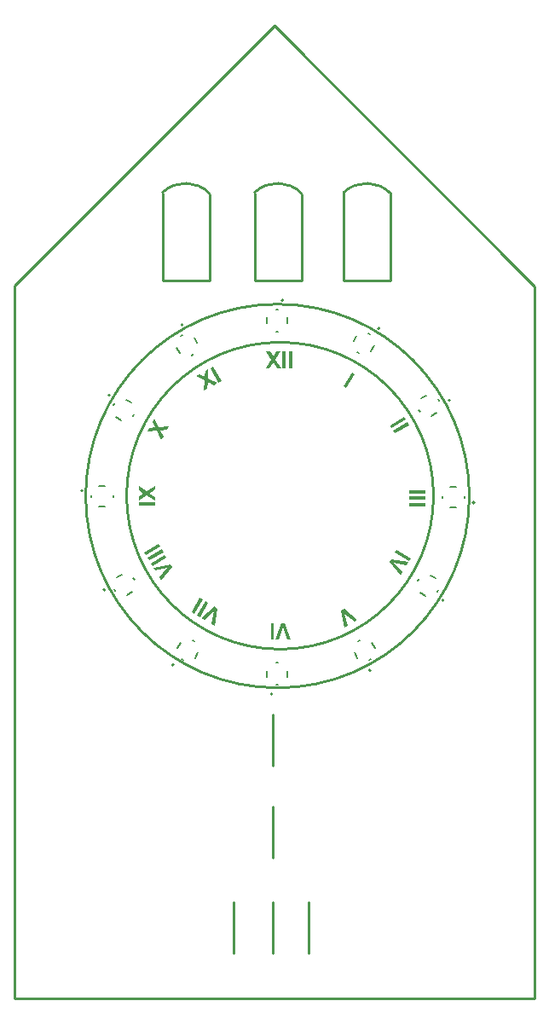
<source format=gto>
G04*
G04 #@! TF.GenerationSoftware,Altium Limited,Altium Designer,18.1.9 (240)*
G04*
G04 Layer_Color=65535*
%FSLAX25Y25*%
%MOIN*%
G70*
G01*
G75*
%ADD10C,0.01000*%
%ADD11C,0.00787*%
%ADD12C,0.00500*%
G36*
X58723Y179305D02*
X53180Y176105D01*
X52532Y177226D01*
X58076Y180427D01*
X58723Y179305D01*
D02*
G37*
G36*
X59967Y177150D02*
X54424Y173950D01*
X53777Y175072D01*
X59320Y178272D01*
X59967Y177150D01*
D02*
G37*
G36*
X61212Y174996D02*
X55668Y171795D01*
X55021Y172917D01*
X60564Y176117D01*
X61212Y174996D01*
D02*
G37*
G36*
X63353Y171287D02*
X58957Y166100D01*
X58258Y167309D01*
X61546Y171087D01*
X56663Y170073D01*
X55974Y171266D01*
X62655Y172496D01*
X63353Y171287D01*
D02*
G37*
G36*
X135900Y150657D02*
X134691Y149958D01*
X130913Y153246D01*
X131927Y148363D01*
X130734Y147673D01*
X129504Y154355D01*
X130713Y155053D01*
X135900Y150657D01*
D02*
G37*
G36*
X109800Y143099D02*
X108403D01*
X106775Y147835D01*
X105212Y143099D01*
X103834D01*
X106109Y149500D01*
X107506D01*
X109800Y143099D01*
D02*
G37*
G36*
X103223D02*
X101928D01*
Y149500D01*
X103223D01*
Y143099D01*
D02*
G37*
G36*
X75349Y158633D02*
X72149Y153089D01*
X71027Y153737D01*
X74228Y159280D01*
X75349Y158633D01*
D02*
G37*
G36*
X77504Y157388D02*
X74304Y151845D01*
X73182Y152492D01*
X76383Y158036D01*
X77504Y157388D01*
D02*
G37*
G36*
X81213Y155247D02*
X80000Y148557D01*
X78790Y149255D01*
X79748Y154170D01*
X76026Y150851D01*
X74833Y151540D01*
X80004Y155945D01*
X81213Y155247D01*
D02*
G37*
G36*
X103746Y252530D02*
X105948Y249200D01*
X104394D01*
X102979Y251364D01*
X101554Y249200D01*
X100000D01*
X102211Y252530D01*
X100204Y255601D01*
X101711D01*
X102979Y253686D01*
X104246Y255601D01*
X105754D01*
X103746Y252530D01*
D02*
G37*
G36*
X110360Y249200D02*
X109065D01*
Y255601D01*
X110360D01*
Y249200D01*
D02*
G37*
G36*
X107872D02*
X106577D01*
Y255601D01*
X107872D01*
Y249200D01*
D02*
G37*
G36*
X56700Y201672D02*
X54536Y200256D01*
X56700Y198832D01*
Y197278D01*
X53370Y199488D01*
X50299Y197481D01*
Y198989D01*
X52214Y200256D01*
X50299Y201523D01*
Y203031D01*
X53370Y201024D01*
X56700Y203225D01*
Y201672D01*
D02*
G37*
G36*
Y195400D02*
X50299D01*
Y196695D01*
X56700D01*
Y195400D01*
D02*
G37*
G36*
X156643Y174899D02*
X155996Y173778D01*
X150452Y176979D01*
X151100Y178100D01*
X156643Y174899D01*
D02*
G37*
G36*
X155704Y173273D02*
X155006Y172064D01*
X150091Y173022D01*
X153410Y169300D01*
X152721Y168106D01*
X148316Y173277D01*
X149014Y174487D01*
X155704Y173273D01*
D02*
G37*
G36*
X58189Y226109D02*
X62174Y226351D01*
X61397Y225005D01*
X58815Y224862D01*
X59977Y222546D01*
X59200Y221200D01*
X57421Y224780D01*
X53758Y224577D01*
X54512Y225883D01*
X56804Y226023D01*
X55779Y228077D01*
X56533Y229383D01*
X58189Y226109D01*
D02*
G37*
G36*
X162501Y200205D02*
X156100D01*
Y201500D01*
X162501D01*
Y200205D01*
D02*
G37*
G36*
Y197717D02*
X156100D01*
Y199012D01*
X162501D01*
Y197717D01*
D02*
G37*
G36*
Y195229D02*
X156100D01*
Y196523D01*
X162501D01*
Y195229D01*
D02*
G37*
G36*
X77379Y245057D02*
X80951Y243274D01*
X79605Y242497D01*
X77297Y243664D01*
X77146Y241077D01*
X75800Y240300D01*
X76050Y244289D01*
X72776Y245945D01*
X74081Y246699D01*
X76136Y245674D01*
X76276Y247966D01*
X77582Y248720D01*
X77379Y245057D01*
D02*
G37*
G36*
X82617Y244236D02*
X81496Y243588D01*
X78295Y249132D01*
X79417Y249779D01*
X82617Y244236D01*
D02*
G37*
G36*
X154791Y228979D02*
X149248Y225779D01*
X148600Y226900D01*
X154143Y230100D01*
X154791Y228979D01*
D02*
G37*
G36*
X156035Y226824D02*
X150492Y223624D01*
X149844Y224745D01*
X155388Y227946D01*
X156035Y226824D01*
D02*
G37*
G36*
X134722Y246896D02*
X131521Y241353D01*
X130400Y242000D01*
X133600Y247543D01*
X134722Y246896D01*
D02*
G37*
D10*
X148900Y317400D02*
G03*
X130500Y317900I-9450J-8950D01*
G01*
X114100Y317400D02*
G03*
X95700Y317900I-9450J-8950D01*
G01*
X78100Y317400D02*
G03*
X59700Y317900I-9450J-8950D01*
G01*
X165600Y199300D02*
G03*
X165600Y199300I-60000J0D01*
G01*
X179600Y199200D02*
G03*
X179600Y199200I-75000J0D01*
G01*
X1700Y281400D02*
X1700Y3000D01*
X1700Y281400D02*
X103300Y383000D01*
X205100Y281200D01*
X205100Y2800D01*
X1700Y2800D02*
X205100Y2800D01*
X116800Y20600D02*
Y40600D01*
X102600Y20600D02*
Y40600D01*
X87300Y20600D02*
Y40600D01*
X102700Y57700D02*
Y77700D01*
Y93700D02*
Y113700D01*
X130500Y283500D02*
X148900D01*
X130500D02*
Y317600D01*
X148900Y283500D02*
Y317100D01*
X95700Y283500D02*
X114100D01*
X95700D02*
Y317600D01*
X114100Y283500D02*
Y317100D01*
X78100Y283500D02*
Y317100D01*
X59700Y283500D02*
Y317600D01*
Y283500D02*
X78100D01*
D11*
X144606Y264636D02*
G03*
X144606Y264636I-394J0D01*
G01*
X181668Y196635D02*
G03*
X181668Y196635I-394J0D01*
G01*
X169630Y158388D02*
G03*
X169630Y158388I-394J0D01*
G01*
X102591Y121769D02*
G03*
X102591Y121769I-394J0D01*
G01*
X172146Y236536D02*
G03*
X172146Y236536I-394J0D01*
G01*
X141056Y130998D02*
G03*
X141056Y130998I-394J0D01*
G01*
X106959Y275674D02*
G03*
X106959Y275674I-394J0D01*
G01*
X67558Y266102D02*
G03*
X67558Y266102I-394J0D01*
G01*
X39157Y238612D02*
G03*
X39157Y238612I-394J0D01*
G01*
X28476Y201327D02*
G03*
X28476Y201327I-394J0D01*
G01*
X37192Y162538D02*
G03*
X37192Y162538I-394J0D01*
G01*
X64081Y133164D02*
G03*
X64081Y133164I-394J0D01*
G01*
D12*
X135894Y255346D02*
X136576Y254953D01*
X140224Y262847D02*
X140906Y262454D01*
X134400Y259846D02*
X135581Y261891D01*
X141219Y255909D02*
X142400Y257954D01*
X169069Y198406D02*
Y199194D01*
X177731Y198406D02*
Y199194D01*
X172219Y202737D02*
X174581D01*
X172219Y194863D02*
X174581D01*
X159553Y166024D02*
X159946Y166706D01*
X167054Y161694D02*
X167447Y162376D01*
X164446Y168200D02*
X166491Y167019D01*
X160509Y161381D02*
X162554Y160200D01*
X103969Y133974D02*
X104756D01*
X103969Y125313D02*
X104756D01*
X108299Y128462D02*
Y130824D01*
X100425Y128462D02*
Y130824D01*
X159903Y232650D02*
X160297Y231968D01*
X167404Y236980D02*
X167798Y236298D01*
X160859Y237293D02*
X162905Y238474D01*
X164796Y230474D02*
X166842Y231655D01*
X136094Y142454D02*
X136776Y142847D01*
X140424Y134953D02*
X141106Y135346D01*
X141419Y141891D02*
X142600Y139846D01*
X134600Y137954D02*
X135781Y135909D01*
X104006Y263469D02*
X104794D01*
X104006Y272131D02*
X104794D01*
X100463Y266619D02*
Y268981D01*
X108337Y266619D02*
Y268981D01*
X71050Y254253D02*
X71732Y254646D01*
X66720Y261754D02*
X67401Y262147D01*
X65226Y257254D02*
X66407Y255209D01*
X72045Y261191D02*
X73226Y259146D01*
X48054Y230294D02*
X48447Y230976D01*
X40553Y234624D02*
X40946Y235306D01*
X41509Y229981D02*
X43554Y228800D01*
X45446Y236800D02*
X47491Y235619D01*
X40287Y198768D02*
Y199556D01*
X31626Y198768D02*
Y199556D01*
X34776Y195225D02*
X37138D01*
X34776Y203099D02*
X37138D01*
X48254Y167106D02*
X48647Y166424D01*
X40753Y162776D02*
X41146Y162094D01*
X45646Y160600D02*
X47691Y161781D01*
X41709Y167419D02*
X43754Y168600D01*
X71324Y142847D02*
X72006Y142454D01*
X66994Y135346D02*
X67676Y134953D01*
X72319Y135909D02*
X73500Y137954D01*
X65500Y139846D02*
X66681Y141891D01*
M02*

</source>
